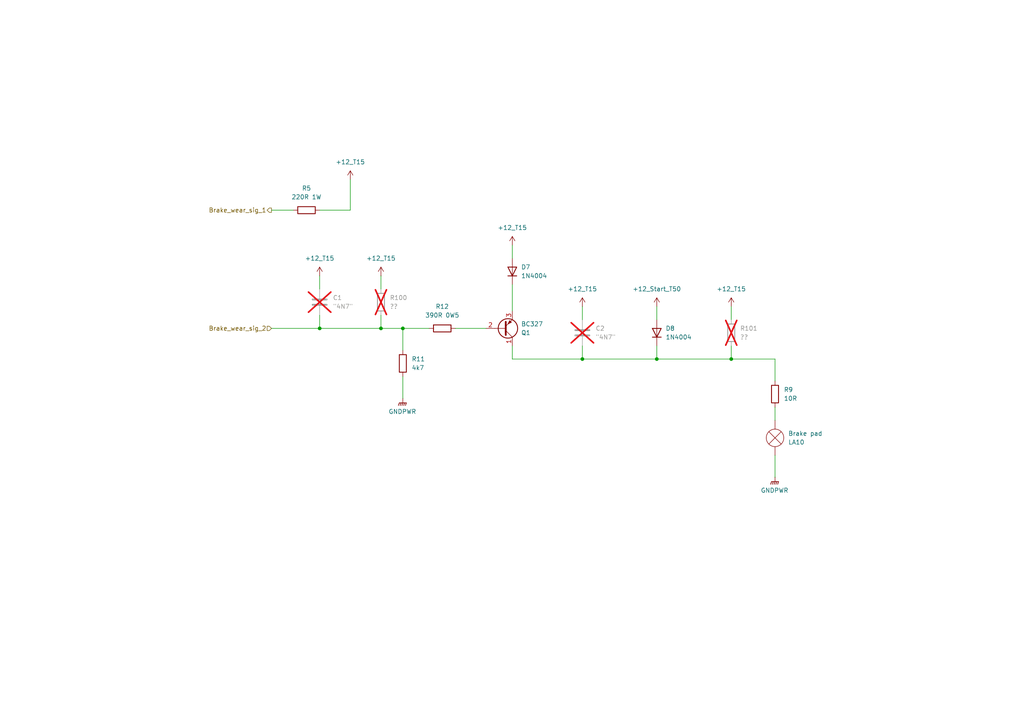
<source format=kicad_sch>
(kicad_sch (version 20250114) (generator "eeschema") (generator_version "9.0")
  (paper "A4")
  (title_block (title "Brake Wear Indicator Circuit") (date "2025-11-10") (rev "0") (company "Reagan Ansel"))
  (lib_symbols
    (symbol "Device:C" (pin_numbers (hide yes)) (pin_names (offset 0.254))
      (property "Reference" "C" (at 0.635 2.54 0))
      (property "Value" "C" (at 0.635 -2.54 0))
      (symbol "C_0_1"
        (polyline (pts (xy -2.032 0.762) (xy 2.032 0.762)) (stroke (width 0.508)))
        (polyline (pts (xy -2.032 -0.762) (xy 2.032 -0.762)) (stroke (width 0.508)))
      )
      (symbol "C_1_1"
        (pin passive line (at 0 3.81 270) (length 2.794) (name "~") (number "1"))
        (pin passive line (at 0 -3.81 90) (length 2.794) (name "~") (number "2"))
      )
    )
    (symbol "Device:Lamp" (pin_numbers (hide yes)) (pin_names (offset 0.0254) (hide yes))
      (property "Reference" "LA" (at 0.635 3.81 0))
      (property "Value" "Lamp" (at 0.635 -3.81 0))
      (symbol "Lamp_0_1"
        (polyline (pts (xy -1.778 1.778) (xy 1.778 -1.778)))
        (circle (center 0 0) (radius 2.54))
        (polyline (pts (xy 1.778 1.778) (xy -1.778 -1.778)))
      )
      (symbol "Lamp_1_1"
        (pin passive line (at 0 5.08 270) (length 2.54) (name "+") (number "2"))
        (pin passive line (at 0 -5.08 90) (length 2.54) (name "-") (number "1"))
      )
    )
    (symbol "Device:R" (pin_numbers (hide yes)) (pin_names (offset 0))
      (property "Reference" "R" (at 2.032 0 90))
      (property "Value" "R" (at 0 0 90))
      (symbol "R_0_1"
        (rectangle (start -1.016 -2.54) (end 1.016 2.54) (stroke (width 0.254)))
      )
      (symbol "R_1_1"
        (pin passive line (at 0 3.81 270) (length 1.27) (name "~") (number "1"))
        (pin passive line (at 0 -3.81 90) (length 1.27) (name "~") (number "2"))
      )
    )
    (symbol "Diode:1N4004" (pin_numbers (hide yes)) (pin_names (hide yes))
      (property "Reference" "D" (at 0 2.54 0))
      (property "Value" "1N4004" (at 0 -2.54 0))
      (symbol "1N4004_0_1"
        (polyline (pts (xy -1.27 1.27) (xy -1.27 -1.27)) (stroke (width 0.254)))
        (polyline (pts (xy 1.27 1.27) (xy 1.27 -1.27) (xy -1.27 0) (xy 1.27 1.27)) (stroke (width 0.254)))
        (polyline (pts (xy 1.27 0) (xy -1.27 0)))
      )
      (symbol "1N4004_1_1"
        (pin passive line (at -3.81 0 0) (length 2.54) (name "K") (number "1"))
        (pin passive line (at 3.81 0 180) (length 2.54) (name "A") (number "2"))
      )
    )
    (symbol "Transistor_BJT:BC327" (pin_names (offset 0) (hide yes))
      (property "Reference" "Q" (at 5.08 1.905 0))
      (property "Value" "BC327" (at 5.08 0 0))
      (symbol "BC327_0_1"
        (polyline (pts (xy -2.54 0) (xy 0.635 0)))
        (polyline (pts (xy 0.635 1.905) (xy 0.635 -1.905)) (stroke (width 0.508)))
        (polyline (pts (xy 0.635 0.635) (xy 2.54 2.54)))
        (polyline (pts (xy 0.635 -0.635) (xy 2.54 -2.54)))
        (circle (center 1.27 0) (radius 2.8194) (stroke (width 0.254)))
        (polyline (pts (xy 2.286 -1.778) (xy 1.778 -2.286) (xy 1.27 -1.27) (xy 2.286 -1.778)) (fill (type outline)))
      )
      (symbol "BC327_1_1"
        (pin input line (at -5.08 0 0) (length 2.54) (name "B") (number "2"))
        (pin passive line (at 2.54 5.08 270) (length 2.54) (name "C") (number "1"))
        (pin passive line (at 2.54 -5.08 90) (length 2.54) (name "E") (number "3"))
      )
    )
    (symbol "power:+12V" (power) (pin_numbers (hide yes)) (pin_names (offset 0) (hide yes))
      (property "Value" "+12V" (at 0 3.556 0))
      (symbol "+12V_0_1"
        (polyline (pts (xy -0.762 1.27) (xy 0 2.54)))
        (polyline (pts (xy 0 2.54) (xy 0.762 1.27)))
        (polyline (pts (xy 0 0) (xy 0 2.54)))
      )
      (symbol "+12V_1_1"
        (pin power_in line (at 0 0 90) (length 0) (name "~") (number "1"))
      )
    )
    (symbol "power:GNDPWR" (power) (pin_numbers (hide yes)) (pin_names (offset 0) (hide yes))
      (property "Value" "GNDPWR" (at 0 -3.302 0))
      (symbol "GNDPWR_0_1"
        (polyline (pts (xy -1.016 -1.27) (xy -1.27 -2.032) (xy -1.27 -2.032)) (stroke (width 0.2032)))
        (polyline (pts (xy -0.508 -1.27) (xy -0.762 -2.032) (xy -0.762 -2.032)) (stroke (width 0.2032)))
        (polyline (pts (xy 0 -1.27) (xy 0 0)))
        (polyline (pts (xy 0 -1.27) (xy -0.254 -2.032) (xy -0.254 -2.032)) (stroke (width 0.2032)))
        (polyline (pts (xy 0.508 -1.27) (xy 0.254 -2.032) (xy 0.254 -2.032)) (stroke (width 0.2032)))
        (polyline (pts (xy 1.016 -1.27) (xy -1.016 -1.27) (xy -1.016 -1.27)) (stroke (width 0.2032)))
        (polyline (pts (xy 1.016 -1.27) (xy 0.762 -2.032) (xy 0.762 -2.032) (xy 0.762 -2.032)) (stroke (width 0.2032)))
      )
      (symbol "GNDPWR_1_1"
        (pin power_in line (at 0 0 270) (length 0) (name "~") (number "1"))
      )
    )
  )
  (junction (at 110.49 95.25))
  (junction (at 92.71 95.25))
  (junction (at 116.84 95.25))
  (junction (at 168.91 104.14))
  (junction (at 212.09 104.14))
  (junction (at 190.5 104.14))
  (wire (pts (xy 212.09 88.9) (xy 212.09 92.71)))
  (wire (pts (xy 148.59 104.14) (xy 148.59 100.33)))
  (wire (pts (xy 190.5 104.14) (xy 190.5 100.33)))
  (wire (pts (xy 190.5 88.9) (xy 190.5 92.71)))
  (wire (pts (xy 148.59 82.55) (xy 148.59 90.17)))
  (wire (pts (xy 101.6 52.07) (xy 101.6 60.96)))
  (wire (pts (xy 116.84 95.25) (xy 124.46 95.25)))
  (wire (pts (xy 92.71 95.25) (xy 110.49 95.25)))
  (wire (pts (xy 168.91 88.9) (xy 168.91 92.71)))
  (wire (pts (xy 92.71 91.44) (xy 92.71 95.25)))
  (wire (pts (xy 132.08 95.25) (xy 140.97 95.25)))
  (wire (pts (xy 101.6 60.96) (xy 92.71 60.96)))
  (wire (pts (xy 78.74 95.25) (xy 92.71 95.25)))
  (wire (pts (xy 110.49 95.25) (xy 116.84 95.25)))
  (wire (pts (xy 224.79 110.49) (xy 224.79 104.14)))
  (wire (pts (xy 116.84 109.22) (xy 116.84 115.57)))
  (wire (pts (xy 110.49 80.01) (xy 110.49 83.82)))
  (wire (pts (xy 168.91 104.14) (xy 190.5 104.14)))
  (wire (pts (xy 212.09 104.14) (xy 190.5 104.14)))
  (wire (pts (xy 92.71 80.01) (xy 92.71 83.82)))
  (wire (pts (xy 224.79 132.08) (xy 224.79 138.43)))
  (wire (pts (xy 116.84 95.25) (xy 116.84 101.6)))
  (wire (pts (xy 85.09 60.96) (xy 78.74 60.96)))
  (wire (pts (xy 168.91 100.33) (xy 168.91 104.14)))
  (wire (pts (xy 224.79 118.11) (xy 224.79 121.92)))
  (wire (pts (xy 148.59 104.14) (xy 168.91 104.14)))
  (wire (pts (xy 148.59 71.12) (xy 148.59 74.93)))
  (wire (pts (xy 110.49 91.44) (xy 110.49 95.25)))
  (wire (pts (xy 212.09 100.33) (xy 212.09 104.14)))
  (wire (pts (xy 224.79 104.14) (xy 212.09 104.14)))
  (hierarchical_label "Brake_wear_sig_1" (shape output) (at 78.74 60.96 180))
  (hierarchical_label "Brake_wear_sig_2" (shape input) (at 78.74 95.25 180))
  (symbol (lib_id "Diode:1N4004") (at 148.59 78.74 90) (unit 1)
    (property "Reference" "D7" (at 151.13 77.4699 90) (effects (justify right)))
    (property "Value" "1N4004" (at 151.13 80.0099 90) (effects (justify right)))
    (property "Footprint" "Diode_THT:D_DO-41_SOD81_P12.70mm_Horizontal" (effects (hide yes)))
    (property "Datasheet" "http://www.vishay.com/docs/88503/1n4001.pdf" (effects (hide yes)))
    (property "Description" "400V 1A General Purpose Rectifier Diode, DO-41" (effects (hide yes)))
    (property "Sim.Device" "D" (effects (hide yes)))
    (property "Sim.Pins" "1=K 2=A" (effects (hide yes)))
  )
  (symbol (lib_id "power:+12V") (at 92.71 80.01 0) (unit 1)
    (property "Reference" "#PWR028" (effects (hide yes)))
    (property "Value" "+12_T15" (at 92.71 74.93 0))
    (property "Description" "Power symbol creates a global label with name \"+12V\"" (effects (hide yes)))
  )
  (symbol (lib_id "Device:C") (at 92.71 87.63 0) (unit 1) (on_board no) (dnp yes)
    (property "Reference" "C1" (at 96.52 86.3599 0) (effects (justify left)))
    (property "Value" "\"4N7\"" (at 96.52 88.8999 0) (effects (justify left)))
    (property "Description" "Unpolarized capacitor" (effects (hide yes)))
  )
  (symbol (lib_id "Transistor_BJT:BC327") (at 146.05 95.25 0) (mirror x) (unit 1)
    (property "Reference" "Q1" (at 151.13 96.5201 0) (effects (justify left)))
    (property "Value" "BC327" (at 151.13 93.9801 0) (effects (justify left)))
    (property "Footprint" "Package_TO_SOT_THT:TO-92_Inline_Wide" (effects (hide yes)))
    (property "Datasheet" "http://www.onsemi.com/pub_link/Collateral/BC327-D.PDF" (effects (hide yes)))
    (property "Description" "0.8A Ic, 45V Vce, PNP Transistor, TO-92" (effects (hide yes)))
  )
  (symbol (lib_id "power:+12V") (at 190.5 88.9 0) (unit 1)
    (property "Reference" "#PWR023" (effects (hide yes)))
    (property "Value" "+12_Start_T50" (at 190.5 83.82 0))
    (property "Description" "Power symbol creates a global label with name \"+12V\"" (effects (hide yes)))
  )
  (symbol (lib_id "power:+12V") (at 212.09 88.9 0) (unit 1)
    (property "Reference" "#PWR031" (effects (hide yes)))
    (property "Value" "+12_T15" (at 212.09 83.82 0))
    (property "Description" "Power symbol creates a global label with name \"+12V\"" (effects (hide yes)))
  )
  (symbol (lib_id "power:GNDPWR") (at 116.84 115.57 0) (unit 1)
    (property "Reference" "#PWR026" (effects (hide yes)))
    (property "Value" "GNDPWR" (at 116.713 119.38 0))
    (property "Description" "Power symbol creates a global label with name \"GNDPWR\" , global ground" (effects (hide yes)))
  )
  (symbol (lib_id "power:+12V") (at 101.6 52.07 0) (mirror y) (unit 1)
    (property "Reference" "#PWR029" (effects (hide yes)))
    (property "Value" "+12_T15" (at 101.6 46.99 0))
    (property "Description" "Power symbol creates a global label with name \"+12V\"" (effects (hide yes)))
  )
  (symbol (lib_id "Device:R") (at 128.27 95.25 90) (unit 1)
    (property "Reference" "R12" (at 128.27 88.9 90))
    (property "Value" "390R 0W5" (at 128.27 91.44 90))
    (property "Footprint" "Resistor_THT:R_Axial_DIN0309_L9.0mm_D3.2mm_P15.24mm_Horizontal" (effects (hide yes)))
    (property "Description" "Resistor" (effects (hide yes)))
  )
  (symbol (lib_id "Device:R") (at 224.79 114.3 0) (unit 1)
    (property "Reference" "R9" (at 227.33 113.0299 0) (effects (justify left)))
    (property "Value" "10R" (at 227.33 115.5699 0) (effects (justify left)))
    (property "Footprint" "Resistor_THT:R_Axial_DIN0207_L6.3mm_D2.5mm_P15.24mm_Horizontal" (effects (hide yes)))
    (property "Description" "Resistor" (effects (hide yes)))
  )
  (symbol (lib_id "Device:R") (at 88.9 60.96 270) (mirror x) (unit 1)
    (property "Reference" "R5" (at 88.9 54.61 90))
    (property "Value" "220R 1W" (at 88.9 57.15 90))
    (property "Footprint" "Resistor_THT:R_Axial_DIN0414_L11.9mm_D4.5mm_P20.32mm_Horizontal" (effects (hide yes)))
    (property "Description" "Resistor" (effects (hide yes)))
  )
  (symbol (lib_id "Device:R") (at 110.49 87.63 180) (unit 1) (dnp yes)
    (property "Reference" "R100" (at 113.03 86.3599 0) (effects (justify right)))
    (property "Value" "??" (at 113.03 88.8999 0) (effects (justify right)))
    (property "Footprint" "Resistor_THT:R_Axial_DIN0207_L6.3mm_D2.5mm_P15.24mm_Horizontal" (effects (hide yes)))
    (property "Description" "Resistor" (effects (hide yes)))
  )
  (symbol (lib_id "Diode:1N4004") (at 190.5 96.52 90) (unit 1)
    (property "Reference" "D8" (at 193.04 95.2499 90) (effects (justify right)))
    (property "Value" "1N4004" (at 193.04 97.7899 90) (effects (justify right)))
    (property "Footprint" "Diode_THT:D_DO-41_SOD81_P12.70mm_Horizontal" (effects (hide yes)))
    (property "Datasheet" "http://www.vishay.com/docs/88503/1n4001.pdf" (effects (hide yes)))
    (property "Description" "400V 1A General Purpose Rectifier Diode, DO-41" (effects (hide yes)))
    (property "Sim.Device" "D" (effects (hide yes)))
    (property "Sim.Pins" "1=K 2=A" (effects (hide yes)))
  )
  (symbol (lib_id "power:GNDPWR") (at 224.79 138.43 0) (unit 1)
    (property "Reference" "#PWR024" (effects (hide yes)))
    (property "Value" "GNDPWR" (at 224.663 142.24 0))
    (property "Description" "Power symbol creates a global label with name \"GNDPWR\" , global ground" (effects (hide yes)))
  )
  (symbol (lib_id "power:+12V") (at 168.91 88.9 0) (unit 1)
    (property "Reference" "#PWR025" (effects (hide yes)))
    (property "Value" "+12_T15" (at 168.91 83.82 0))
    (property "Description" "Power symbol creates a global label with name \"+12V\"" (effects (hide yes)))
  )
  (symbol (lib_id "power:+12V") (at 110.49 80.01 0) (unit 1)
    (property "Reference" "#PWR030" (effects (hide yes)))
    (property "Value" "+12_T15" (at 110.49 74.93 0))
    (property "Description" "Power symbol creates a global label with name \"+12V\"" (effects (hide yes)))
  )
  (symbol (lib_id "Device:R") (at 116.84 105.41 180) (unit 1)
    (property "Reference" "R11" (at 119.38 104.1399 0) (effects (justify right)))
    (property "Value" "4k7" (at 119.38 106.6799 0) (effects (justify right)))
    (property "Footprint" "Resistor_THT:R_Axial_DIN0207_L6.3mm_D2.5mm_P15.24mm_Horizontal" (effects (hide yes)))
    (property "Description" "Resistor" (effects (hide yes)))
  )
  (symbol (lib_id "Device:C") (at 168.91 96.52 0) (unit 1) (on_board no) (dnp yes)
    (property "Reference" "C2" (at 172.72 95.2499 0) (effects (justify left)))
    (property "Value" "\"4N7\"" (at 172.72 97.7899 0) (effects (justify left)))
    (property "Description" "Unpolarized capacitor" (effects (hide yes)))
  )
  (symbol (lib_id "Device:Lamp") (at 224.79 127 0) (mirror y) (unit 1)
    (property "Reference" "LA10" (at 228.6 128.2701 0) (effects (justify right)))
    (property "Value" "Brake pad" (at 228.6 125.7301 0) (effects (justify right)))
    (property "Footprint" "BMW_Cluster_Connectors:2721MF" (effects (hide yes)))
  )
  (symbol (lib_id "Device:R") (at 212.09 96.52 180) (unit 1) (dnp yes)
    (property "Reference" "R101" (at 214.63 95.2499 0) (effects (justify right)))
    (property "Value" "??" (at 214.63 97.7899 0) (effects (justify right)))
    (property "Footprint" "Resistor_THT:R_Axial_DIN0207_L6.3mm_D2.5mm_P15.24mm_Horizontal" (effects (hide yes)))
    (property "Description" "Resistor" (effects (hide yes)))
  )
  (symbol (lib_id "power:+12V") (at 148.59 71.12 0) (unit 1)
    (property "Reference" "#PWR027" (effects (hide yes)))
    (property "Value" "+12_T15" (at 148.59 66.04 0))
    (property "Description" "Power symbol creates a global label with name \"+12V\"" (effects (hide yes)))
  )
)
</source>
